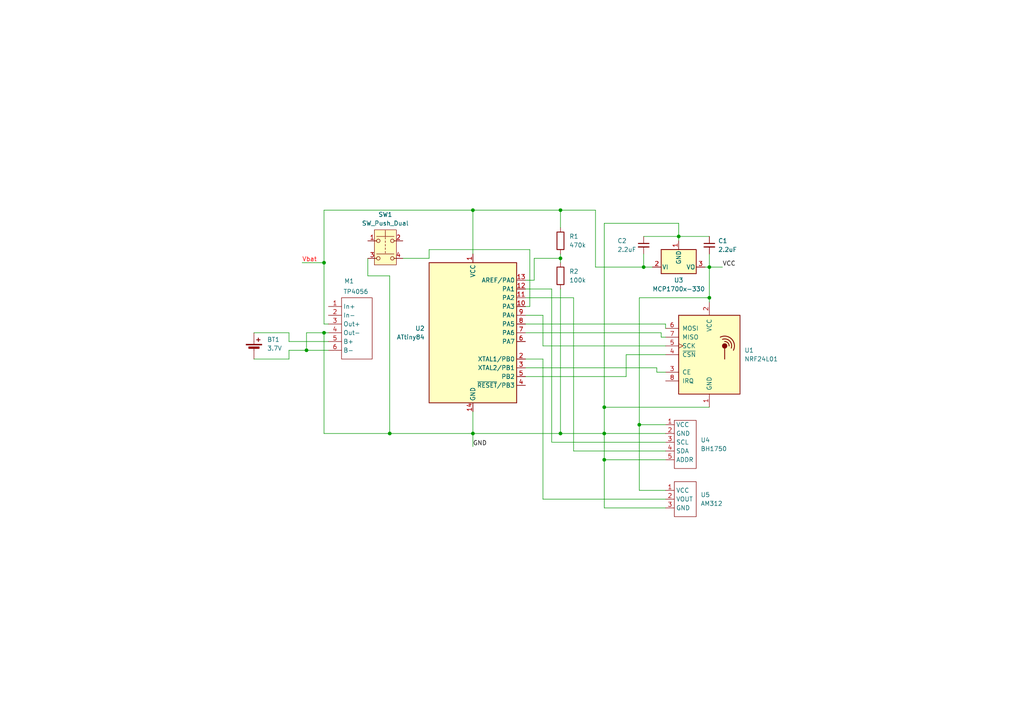
<source format=kicad_sch>
(kicad_sch (version 20250114) (generator "eeschema") (generator_version "9.0")
  (paper "A4")
  (title_block (title "nRF24 Button") (date "2025-12-19") (rev "1.0"))
  (lib_symbols
    (symbol "Device:Battery_Cell" (pin_numbers (hide yes)) (pin_names (offset 0) (hide yes))
      (property "Reference" "BT1" (at 3.81 3.1116 0))
      (property "Value" "3.7V" (at 3.81 0.5716 0))
      (symbol "Battery_Cell_0_1"
        (rectangle (start -2.286 1.778) (end 2.286 1.524) (fill (type outline)))
        (rectangle (start -1.524 1.016) (end 1.524 0.508) (fill (type outline)))
        (polyline (pts (xy 0 1.778) (xy 0 2.54)))
        (polyline (pts (xy 0 0.762) (xy 0 0)))
        (polyline (pts (xy 0.762 3.048) (xy 1.778 3.048)) (stroke (width 0.254)))
        (polyline (pts (xy 1.27 3.556) (xy 1.27 2.54)) (stroke (width 0.254)))
      )
      (symbol "Battery_Cell_1_1"
        (pin power_out line (at 0 5.08 270) (length 2.54) (name "+") (number "1"))
        (pin passive line (at 0 -2.54 90) (length 2.54) (name "-") (number "2"))
      )
    )
    (symbol "Device:C_Small" (pin_numbers (hide yes)) (pin_names (offset 0.254) (hide yes))
      (property "Reference" "C" (at 0.254 1.778 0))
      (property "Value" "C_Small" (at 0.254 -2.032 0))
      (symbol "C_Small_0_1"
        (polyline (pts (xy -1.524 0.508) (xy 1.524 0.508)) (stroke (width 0.3048)))
        (polyline (pts (xy -1.524 -0.508) (xy 1.524 -0.508)) (stroke (width 0.3302)))
      )
      (symbol "C_Small_1_1"
        (pin passive line (at 0 2.54 270) (length 2.032) (name "~") (number "1"))
        (pin passive line (at 0 -2.54 90) (length 2.032) (name "~") (number "2"))
      )
    )
    (symbol "Device:R" (pin_numbers (hide yes)) (pin_names (offset 0))
      (property "Reference" "R" (at 2.032 0 90))
      (property "Value" "R" (at 0 0 90))
      (symbol "R_0_1"
        (rectangle (start -1.016 -2.54) (end 1.016 2.54) (stroke (width 0.254)))
      )
      (symbol "R_1_1"
        (pin passive line (at 0 3.81 270) (length 1.27) (name "~") (number "1"))
        (pin passive line (at 0 -3.81 90) (length 1.27) (name "~") (number "2"))
      )
    )
    (symbol "MCU_Microchip_ATtiny:ATtiny84A-P"
      (property "Reference" "U" (at -12.7 21.59 0))
      (property "Value" "ATtiny84A-P" (at 2.54 -21.59 0))
      (symbol "ATtiny84A-P_0_1"
        (rectangle (start -12.7 -20.32) (end 12.7 20.32) (stroke (width 0.254)) (fill (type background)))
      )
      (symbol "ATtiny84A-P_1_1"
        (pin power_in line (at 0 22.86 270) (length 2.54) (name "VCC") (number "1"))
        (pin power_in line (at 0 -22.86 90) (length 2.54) (name "GND") (number "14"))
        (pin bidirectional line (at 15.24 15.24 180) (length 2.54) (name "AREF/PA0") (number "13"))
        (pin bidirectional line (at 15.24 12.7 180) (length 2.54) (name "PA1") (number "12"))
        (pin bidirectional line (at 15.24 10.16 180) (length 2.54) (name "PA2") (number "11"))
        (pin bidirectional line (at 15.24 7.62 180) (length 2.54) (name "PA3") (number "10"))
        (pin bidirectional line (at 15.24 5.08 180) (length 2.54) (name "PA4") (number "9"))
        (pin bidirectional line (at 15.24 2.54 180) (length 2.54) (name "PA5") (number "8"))
        (pin bidirectional line (at 15.24 0 180) (length 2.54) (name "PA6") (number "7"))
        (pin bidirectional line (at 15.24 -2.54 180) (length 2.54) (name "PA7") (number "6"))
        (pin bidirectional line (at 15.24 -7.62 180) (length 2.54) (name "XTAL1/PB0") (number "2"))
        (pin bidirectional line (at 15.24 -10.16 180) (length 2.54) (name "XTAL2/PB1") (number "3"))
        (pin bidirectional line (at 15.24 -12.7 180) (length 2.54) (name "PB2") (number "5"))
        (pin bidirectional line (at 15.24 -15.24 180) (length 2.54) (name "~{RESET}/PB3") (number "4"))
      )
    )
    (symbol "RF:NRF24L01_Breakout" (pin_names (offset 1.016))
      (property "Reference" "U" (at -8.89 12.7 0))
      (property "Value" "NRF24L01_Breakout" (at 3.81 12.7 0))
      (symbol "NRF24L01_Breakout_0_1"
        (rectangle (start -8.89 11.43) (end 8.89 -11.43) (stroke (width 0.254)) (fill (type background)))
        (arc (start 3.175 5.08) (mid 6.453 4.548) (end 6.985 1.27) (stroke (width 0.254)))
        (circle (center 4.445 2.54) (radius 0.635) (stroke (width 0.254)) (fill (type outline)))
        (polyline (pts (xy 4.445 1.905) (xy 4.445 -1.27)) (stroke (width 0.254)))
        (arc (start 3.81 4.445) (mid 5.8835 3.9785) (end 6.35 1.905) (stroke (width 0.254)))
        (arc (start 4.445 3.81) (mid 5.3558 3.4508) (end 5.715 2.54) (stroke (width 0.254)))
      )
      (symbol "NRF24L01_Breakout_1_1"
        (pin input line (at -12.7 7.62 0) (length 3.81) (name "MOSI") (number "6"))
        (pin output line (at -12.7 5.08 0) (length 3.81) (name "MISO") (number "7"))
        (pin input clock (at -12.7 2.54 0) (length 3.81) (name "SCK") (number "5"))
        (pin input line (at -12.7 0 0) (length 3.81) (name "~{CSN}") (number "4"))
        (pin input line (at -12.7 -5.08 0) (length 3.81) (name "CE") (number "3"))
        (pin output line (at -12.7 -7.62 0) (length 3.81) (name "IRQ") (number "8"))
        (pin power_in line (at 0 15.24 270) (length 3.81) (name "VCC") (number "2"))
        (pin power_in line (at 0 -15.24 90) (length 3.81) (name "GND") (number "1"))
      )
    )
    (symbol "Regulator_Linear:MCP1700x-330xxTO" (pin_names (offset 0.254))
      (property "Reference" "U" (at -3.81 -3.175 0))
      (property "Value" "MCP1700x-330xxTO" (at 0 -3.175 0))
      (symbol "MCP1700x-330xxTO_0_1"
        (rectangle (start -5.08 5.08) (end 5.08 -1.905) (stroke (width 0.254)) (fill (type background)))
      )
      (symbol "MCP1700x-330xxTO_1_1"
        (pin power_in line (at -7.62 0 0) (length 2.54) (name "VI") (number "2"))
        (pin power_in line (at 0 7.62 270) (length 2.54) (name "GND") (number "1"))
        (pin power_out line (at 7.62 0 180) (length 2.54) (name "VO") (number "3"))
      )
    )
    (symbol "Switch:SW_Push_Dual" (pin_names (offset 1.016) (hide yes))
      (property "Reference" "SW" (at 0 7.62 0))
      (property "Value" "SW_Push_Dual" (at 0 -6.35 0))
      (symbol "SW_Push_Dual_0_1"
        (circle (center -2.032 2.54) (radius 0.508))
        (circle (center -2.032 -2.54) (radius 0.508))
        (polyline (pts (xy 0 3.81) (xy 0 5.588)))
        (polyline (pts (xy 0 3.048) (xy 0 3.556)))
        (polyline (pts (xy 0 2.032) (xy 0 2.54)))
        (polyline (pts (xy 0 1.016) (xy 0 1.524)))
        (polyline (pts (xy 0 0.508) (xy 0 0)))
        (polyline (pts (xy 0 -0.508) (xy 0 -1.016)))
        (circle (center 2.032 2.54) (radius 0.508))
        (circle (center 2.032 -2.54) (radius 0.508))
        (polyline (pts (xy 2.54 3.81) (xy -2.54 3.81)))
        (polyline (pts (xy 2.54 -1.27) (xy -2.54 -1.27)))
        (pin passive line (at -5.08 2.54 0) (length 2.54) (name "1") (number "1"))
        (pin passive line (at -5.08 -2.54 0) (length 2.54) (name "3") (number "3"))
        (pin passive line (at 5.08 2.54 180) (length 2.54) (name "2") (number "2"))
        (pin passive line (at 5.08 -2.54 180) (length 2.54) (name "4") (number "4"))
      )
      (symbol "SW_Push_Dual_1_1"
        (rectangle (start -3.175 5.715) (end 3.175 -4.445) (fill (type background)))
      )
    )
    (symbol "hagego:AM312"
      (property "Reference" "U" (at -0.762 7.874 0))
      (property "Value" "AM312" (at 2.032 5.842 0))
      (symbol "AM312_0_1"
        (rectangle (start -1.27 5.08) (end 5.08 -5.08))
      )
      (symbol "AM312_1_1"
        (pin power_in line (at -3.81 2.54 0) (length 2.54) (name "VCC") (number "1"))
        (pin output line (at -3.81 0 0) (length 2.54) (name "VOUT") (number "2"))
        (pin power_in line (at -3.81 -2.54 0) (length 2.54) (name "GND") (number "3"))
      )
    )
    (symbol "hagego:BH1750_Module"
      (property "Reference" "U" (at 0 7.366 0))
      (property "Value" "BH1750" (at 0 0 0))
      (symbol "BH1750_Module_0_1"
        (rectangle (start -2.54 6.35) (end 3.81 -7.62))
      )
      (symbol "BH1750_Module_1_1"
        (pin power_in line (at -5.08 5.08 0) (length 2.54) (name "VCC") (number "1"))
        (pin power_in line (at -5.08 2.54 0) (length 2.54) (name "GND") (number "2"))
        (pin input line (at -5.08 0 0) (length 2.54) (name "SCL") (number "3"))
        (pin bidirectional line (at -5.08 -2.54 0) (length 2.54) (name "SDA") (number "4"))
        (pin input line (at -5.08 -5.08 0) (length 2.54) (name "ADDR") (number "5"))
      )
    )
    (symbol "hagego:TP4056_Module" (exclude_from_sim yes)
      (property "Reference" "M" (at 6.35 7.62 0))
      (symbol "TP4056_Module_0_1"
        (rectangle (start 1.27 8.89) (end 10.16 -8.89))
      )
      (symbol "TP4056_Module_1_1"
        (pin power_in line (at -2.54 6.35 0) (length 3.81) (name "In+") (number "1"))
        (pin power_in line (at -2.54 3.81 0) (length 3.81) (name "In-") (number "2"))
        (pin power_out line (at -2.54 1.27 0) (length 3.81) (name "Out+") (number "3"))
        (pin power_out line (at -2.54 -1.27 0) (length 3.81) (name "Out-") (number "4"))
        (pin power_in line (at -2.54 -3.81 0) (length 3.81) (name "B+") (number "5"))
        (pin power_in line (at -2.54 -6.35 0) (length 3.81) (name "B-") (number "6"))
      )
    )
  )
  (junction (at 175.26 118.11))
  (junction (at 205.74 77.47))
  (junction (at 205.74 86.36))
  (junction (at 162.56 74.93))
  (junction (at 137.16 60.96))
  (junction (at 186.69 77.47))
  (junction (at 88.9 101.6))
  (junction (at 162.56 60.96))
  (junction (at 93.98 76.2))
  (junction (at 113.03 125.73))
  (junction (at 137.16 125.73))
  (junction (at 162.56 125.73))
  (junction (at 175.26 125.73))
  (junction (at 196.85 68.58))
  (junction (at 93.98 96.52))
  (junction (at 175.26 133.35))
  (junction (at 185.42 123.19))
  (wire (pts (xy 83.82 101.6) (xy 88.9 101.6)))
  (wire (pts (xy 113.03 125.73) (xy 137.16 125.73)))
  (wire (pts (xy 175.26 125.73) (xy 175.26 133.35)))
  (wire (pts (xy 152.4 104.14) (xy 157.48 104.14)))
  (wire (pts (xy 162.56 60.96) (xy 162.56 66.04)))
  (wire (pts (xy 193.04 93.98) (xy 152.4 93.98)))
  (wire (pts (xy 93.98 96.52) (xy 95.25 96.52)))
  (wire (pts (xy 175.26 64.77) (xy 196.85 64.77)))
  (wire (pts (xy 160.02 83.82) (xy 160.02 128.27)))
  (wire (pts (xy 157.48 144.78) (xy 193.04 144.78)))
  (wire (pts (xy 204.47 77.47) (xy 205.74 77.47)))
  (wire (pts (xy 196.85 64.77) (xy 196.85 68.58)))
  (wire (pts (xy 137.16 119.38) (xy 137.16 125.73)))
  (wire (pts (xy 154.94 74.93) (xy 154.94 81.28)))
  (wire (pts (xy 205.74 73.66) (xy 205.74 77.47)))
  (wire (pts (xy 154.94 74.93) (xy 162.56 74.93)))
  (wire (pts (xy 205.74 77.47) (xy 205.74 86.36)))
  (wire (pts (xy 162.56 125.73) (xy 175.26 125.73)))
  (wire (pts (xy 196.85 68.58) (xy 205.74 68.58)))
  (wire (pts (xy 87.63 76.2) (xy 93.98 76.2)))
  (wire (pts (xy 157.48 100.33) (xy 193.04 100.33)))
  (wire (pts (xy 157.48 91.44) (xy 157.48 100.33)))
  (wire (pts (xy 106.68 80.01) (xy 113.03 80.01)))
  (wire (pts (xy 191.77 97.79) (xy 193.04 97.79)))
  (wire (pts (xy 181.61 109.22) (xy 181.61 102.87)))
  (wire (pts (xy 186.69 77.47) (xy 172.72 77.47)))
  (wire (pts (xy 162.56 73.66) (xy 162.56 74.93)))
  (wire (pts (xy 209.55 77.47) (xy 205.74 77.47)))
  (wire (pts (xy 175.26 133.35) (xy 175.26 147.32)))
  (wire (pts (xy 185.42 142.24) (xy 193.04 142.24)))
  (wire (pts (xy 95.25 93.98) (xy 93.98 93.98)))
  (wire (pts (xy 191.77 96.52) (xy 152.4 96.52)))
  (wire (pts (xy 93.98 60.96) (xy 137.16 60.96)))
  (wire (pts (xy 181.61 102.87) (xy 193.04 102.87)))
  (wire (pts (xy 137.16 129.54) (xy 137.16 125.73)))
  (wire (pts (xy 93.98 76.2) (xy 93.98 93.98)))
  (wire (pts (xy 175.26 147.32) (xy 193.04 147.32)))
  (wire (pts (xy 175.26 133.35) (xy 193.04 133.35)))
  (wire (pts (xy 152.4 91.44) (xy 157.48 91.44)))
  (wire (pts (xy 137.16 60.96) (xy 137.16 73.66)))
  (wire (pts (xy 166.37 130.81) (xy 193.04 130.81)))
  (wire (pts (xy 185.42 86.36) (xy 185.42 123.19)))
  (wire (pts (xy 185.42 123.19) (xy 193.04 123.19)))
  (wire (pts (xy 137.16 60.96) (xy 162.56 60.96)))
  (wire (pts (xy 137.16 125.73) (xy 162.56 125.73)))
  (wire (pts (xy 205.74 86.36) (xy 185.42 86.36)))
  (wire (pts (xy 205.74 118.11) (xy 175.26 118.11)))
  (wire (pts (xy 190.5 107.95) (xy 193.04 107.95)))
  (wire (pts (xy 160.02 128.27) (xy 193.04 128.27)))
  (wire (pts (xy 116.84 74.93) (xy 124.46 74.93)))
  (wire (pts (xy 172.72 60.96) (xy 172.72 77.47)))
  (wire (pts (xy 83.82 96.52) (xy 83.82 99.06)))
  (wire (pts (xy 175.26 64.77) (xy 175.26 118.11)))
  (wire (pts (xy 152.4 109.22) (xy 181.61 109.22)))
  (wire (pts (xy 88.9 101.6) (xy 88.9 96.52)))
  (wire (pts (xy 93.98 96.52) (xy 93.98 125.73)))
  (wire (pts (xy 73.66 104.14) (xy 83.82 104.14)))
  (wire (pts (xy 162.56 76.2) (xy 162.56 74.93)))
  (wire (pts (xy 186.69 68.58) (xy 196.85 68.58)))
  (wire (pts (xy 196.85 68.58) (xy 196.85 69.85)))
  (wire (pts (xy 153.67 72.39) (xy 153.67 88.9)))
  (wire (pts (xy 172.72 60.96) (xy 162.56 60.96)))
  (wire (pts (xy 186.69 73.66) (xy 186.69 77.47)))
  (wire (pts (xy 124.46 72.39) (xy 153.67 72.39)))
  (wire (pts (xy 83.82 101.6) (xy 83.82 104.14)))
  (wire (pts (xy 191.77 97.79) (xy 191.77 96.52)))
  (wire (pts (xy 193.04 95.25) (xy 193.04 93.98)))
  (wire (pts (xy 73.66 96.52) (xy 83.82 96.52)))
  (wire (pts (xy 152.4 86.36) (xy 166.37 86.36)))
  (wire (pts (xy 157.48 104.14) (xy 157.48 144.78)))
  (wire (pts (xy 83.82 99.06) (xy 95.25 99.06)))
  (wire (pts (xy 93.98 76.2) (xy 93.98 60.96)))
  (wire (pts (xy 190.5 107.95) (xy 190.5 106.68)))
  (wire (pts (xy 93.98 125.73) (xy 113.03 125.73)))
  (wire (pts (xy 185.42 123.19) (xy 185.42 142.24)))
  (wire (pts (xy 189.23 77.47) (xy 186.69 77.47)))
  (wire (pts (xy 113.03 80.01) (xy 113.03 125.73)))
  (wire (pts (xy 154.94 81.28) (xy 152.4 81.28)))
  (wire (pts (xy 205.74 86.36) (xy 205.74 87.63)))
  (wire (pts (xy 162.56 83.82) (xy 162.56 125.73)))
  (wire (pts (xy 88.9 96.52) (xy 93.98 96.52)))
  (wire (pts (xy 166.37 86.36) (xy 166.37 130.81)))
  (wire (pts (xy 88.9 101.6) (xy 95.25 101.6)))
  (wire (pts (xy 124.46 74.93) (xy 124.46 72.39)))
  (wire (pts (xy 175.26 118.11) (xy 175.26 125.73)))
  (wire (pts (xy 106.68 74.93) (xy 106.68 80.01)))
  (wire (pts (xy 190.5 106.68) (xy 152.4 106.68)))
  (wire (pts (xy 152.4 83.82) (xy 160.02 83.82)))
  (wire (pts (xy 153.67 88.9) (xy 152.4 88.9)))
  (wire (pts (xy 175.26 125.73) (xy 193.04 125.73)))
  (label "Vbat" (at 87.63 76.2 0))
  (label "GND" (at 137.16 129.54 0))
  (label "VCC" (at 209.55 77.47 0))
  (symbol (lib_id "Device:R") (at 162.56 69.85 0) (unit 1)
    (property "Reference" "R1" (at 165.1 68.5799 0) (effects (justify left)))
    (property "Value" "470k" (at 165.1 71.1199 0) (effects (justify left)))
    (property "Footprint" "Resistor_THT:R_Axial_DIN0207_L6.3mm_D2.5mm_P10.16mm_Horizontal" (effects (hide yes)))
    (property "Description" "Resistor" (effects (hide yes)))
  )
  (symbol (lib_id "hagego:AM312") (at 196.85 144.78 0) (unit 1)
    (property "Reference" "U5" (at 203.2 143.5099 0) (effects (justify left)))
    (property "Value" "AM312" (at 203.2 146.0499 0) (effects (justify left)))
    (property "Footprint" "hagego:AM312" (effects (hide yes)))
  )
  (symbol (lib_id "Device:C_Small") (at 186.69 71.12 0) (unit 1)
    (property "Reference" "C2" (at 179.07 69.85 0) (effects (justify left)))
    (property "Value" "2.2uF" (at 179.07 72.39 0) (effects (justify left)))
    (property "Footprint" "Capacitor_THT:C_Disc_D5.0mm_W2.5mm_P5.00mm" (effects (hide yes)))
    (property "Description" "Unpolarized capacitor, small symbol" (effects (hide yes)))
  )
  (symbol (lib_id "RF:NRF24L01_Breakout") (at 205.74 102.87 0) (unit 1)
    (property "Reference" "U1" (at 215.9 101.5999 0) (effects (justify left)))
    (property "Value" "NRF24L01" (at 215.9 104.1399 0) (effects (justify left)))
    (property "Footprint" "RF_Module:nRF24L01_Breakout" (effects (hide yes)))
    (property "Datasheet" "http://www.nordicsemi.com/eng/content/download/2730/34105/file/nRF24L01_Product_Specification_v2_0.pdf" (effects (hide yes)))
    (property "Description" "Ultra low power 2.4GHz RF Transceiver, Carrier PCB" (effects (hide yes)))
  )
  (symbol (lib_id "MCU_Microchip_ATtiny:ATtiny84A-P") (at 137.16 96.52 0) (unit 1)
    (property "Reference" "U2" (at 123.19 95.2499 0) (effects (justify right)))
    (property "Value" "ATtiny84" (at 123.19 97.7899 0) (effects (justify right)))
    (property "Footprint" "Package_DIP:DIP-14_W7.62mm_Socket" (effects (hide yes)))
    (property "Datasheet" "http://ww1.microchip.com/downloads/en/DeviceDoc/doc8183.pdf" (effects (hide yes)))
    (property "Description" "20MHz, 8kB Flash, 512B SRAM, 512B EEPROM, debugWIRE, DIP-14" (effects (hide yes)))
  )
  (symbol (lib_id "Device:Battery_Cell") (at 73.66 101.6 0) (unit 1)
    (property "Reference" "BT1" (at 77.47 98.4884 0) (effects (justify left)))
    (property "Value" "3.7V" (at 77.47 101.0284 0) (effects (justify left)))
    (property "Footprint" "Connector_JST:JST_PH_B2B-PH-K_1x02_P2.00mm_Vertical" (effects (hide yes)))
    (property "Description" "Single-cell battery" (effects (hide yes)))
  )
  (symbol (lib_id "hagego:TP4056_Module") (at 97.79 95.25 0) (unit 1) (exclude_from_sim yes)
    (property "Reference" "M1" (at 99.822 81.534 0) (effects (justify left)))
    (property "Value" "TP4056" (at 99.568 84.582 0) (effects (justify left)))
    (property "Footprint" "KiCad Library:TP4056-18650" (effects (hide yes)))
    (property "Description" "TP4056 Battery Charger Module" (effects (hide yes)))
  )
  (symbol (lib_id "Device:R") (at 162.56 80.01 0) (unit 1)
    (property "Reference" "R2" (at 165.1 78.7399 0) (effects (justify left)))
    (property "Value" "100k" (at 165.1 81.2799 0) (effects (justify left)))
    (property "Footprint" "Resistor_THT:R_Axial_DIN0207_L6.3mm_D2.5mm_P10.16mm_Horizontal" (effects (hide yes)))
    (property "Description" "Resistor" (effects (hide yes)))
  )
  (symbol (lib_id "Switch:SW_Push_Dual") (at 111.76 72.39 0) (unit 1)
    (property "Reference" "SW1" (at 111.76 62.23 0))
    (property "Value" "SW_Push_Dual" (at 111.76 64.77 0))
    (property "Footprint" "Button_Switch_THT:Push_E-Switch_KS01Q01" (effects (hide yes)))
    (property "Description" "Push button switch, generic, symbol, four pins" (effects (hide yes)))
  )
  (symbol (lib_id "Device:C_Small") (at 205.74 71.12 0) (unit 1)
    (property "Reference" "C1" (at 208.28 69.8562 0) (effects (justify left)))
    (property "Value" "2.2uF" (at 208.28 72.3962 0) (effects (justify left)))
    (property "Footprint" "Capacitor_THT:C_Disc_D5.0mm_W2.5mm_P5.00mm" (effects (hide yes)))
    (property "Description" "Unpolarized capacitor, small symbol" (effects (hide yes)))
  )
  (symbol (lib_id "hagego:BH1750_Module") (at 198.12 128.27 0) (unit 1)
    (property "Reference" "U4" (at 203.2 127.6349 0) (effects (justify left)))
    (property "Value" "BH1750" (at 203.2 130.1749 0) (effects (justify left)))
    (property "Footprint" "hagego:BH1750" (effects (hide yes)))
    (property "Description" "BH1750 IIC Illuminance Sensor" (effects (hide yes)))
  )
  (symbol (lib_id "Regulator_Linear:MCP1700x-330xxTO") (at 196.85 77.47 0) (unit 1)
    (property "Reference" "U3" (at 196.85 81.28 0))
    (property "Value" "MCP1700x-330" (at 196.85 83.82 0))
    (property "Footprint" "Package_TO_SOT_THT:TO-92_HandSolder" (effects (hide yes)))
    (property "Datasheet" "http://ww1.microchip.com/downloads/en/DeviceDoc/20001826D.pdf" (effects (hide yes)))
    (property "Description" "250mA Low Quiscent Current LDO, 3.3V output, TO-92" (effects (hide yes)))
  )
)
</source>
